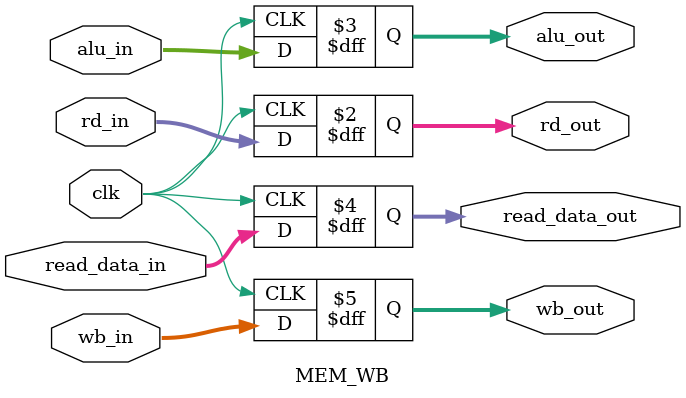
<source format=v>
module MEM_WB
(
  input [4:0]rd_in,
  input [63:0]alu_in,
  input [63:0]read_data_in,
  input [1:0]wb_in,

  input clk,
  
  output reg [4:0]rd_out,
  output reg  [63:0]alu_out,
  output reg  [63:0]read_data_out,
  output reg  [1:0]wb_out
);

always@(posedge clk)
begin
  rd_out = rd_in;
  alu_out = alu_in;
  read_data_out = read_data_in;
  wb_out = wb_in;
end

endmodule
</source>
